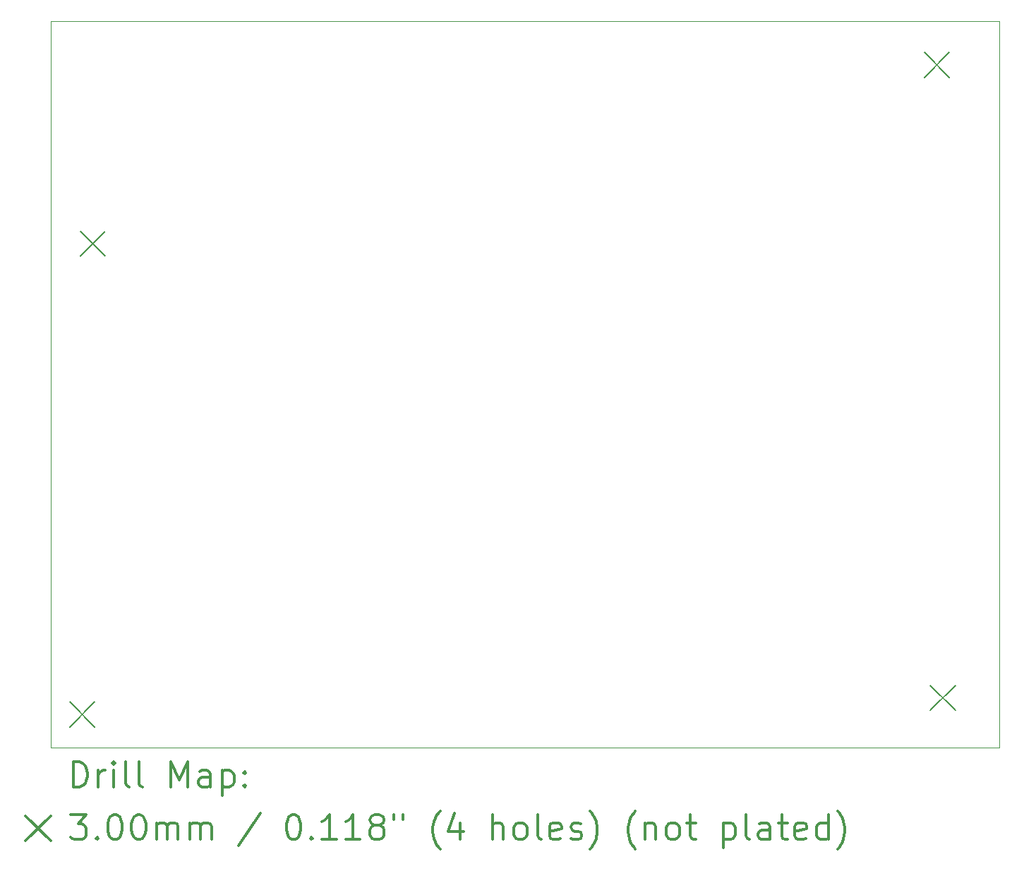
<source format=gbr>
%FSLAX45Y45*%
G04 Gerber Fmt 4.5, Leading zero omitted, Abs format (unit mm)*
G04 Created by KiCad (PCBNEW 4.0.2-stable) date 15/07/2016 10:20:29*
%MOMM*%
G01*
G04 APERTURE LIST*
%ADD10C,0.127000*%
%ADD11C,0.100000*%
%ADD12C,0.200000*%
%ADD13C,0.300000*%
G04 APERTURE END LIST*
D10*
D11*
X22000000Y-3800000D02*
X21975000Y-3800000D01*
X22000000Y-12525000D02*
X22000000Y-3800000D01*
X21975000Y-12525000D02*
X22000000Y-12525000D01*
X21975000Y-3800000D02*
X10625000Y-3800000D01*
X21950000Y-12525000D02*
X21975000Y-12525000D01*
X10625000Y-12525000D02*
X21950000Y-12525000D01*
X10625000Y-3800000D02*
X10625000Y-12525000D01*
D12*
X10850000Y-11975000D02*
X11150000Y-12275000D01*
X11150000Y-11975000D02*
X10850000Y-12275000D01*
X10975000Y-6325000D02*
X11275000Y-6625000D01*
X11275000Y-6325000D02*
X10975000Y-6625000D01*
X21100000Y-4175000D02*
X21400000Y-4475000D01*
X21400000Y-4175000D02*
X21100000Y-4475000D01*
X21175000Y-11775000D02*
X21475000Y-12075000D01*
X21475000Y-11775000D02*
X21175000Y-12075000D01*
D13*
X10891429Y-12995714D02*
X10891429Y-12695714D01*
X10962857Y-12695714D01*
X11005714Y-12710000D01*
X11034286Y-12738571D01*
X11048571Y-12767143D01*
X11062857Y-12824286D01*
X11062857Y-12867143D01*
X11048571Y-12924286D01*
X11034286Y-12952857D01*
X11005714Y-12981429D01*
X10962857Y-12995714D01*
X10891429Y-12995714D01*
X11191428Y-12995714D02*
X11191428Y-12795714D01*
X11191428Y-12852857D02*
X11205714Y-12824286D01*
X11220000Y-12810000D01*
X11248571Y-12795714D01*
X11277143Y-12795714D01*
X11377143Y-12995714D02*
X11377143Y-12795714D01*
X11377143Y-12695714D02*
X11362857Y-12710000D01*
X11377143Y-12724286D01*
X11391428Y-12710000D01*
X11377143Y-12695714D01*
X11377143Y-12724286D01*
X11562857Y-12995714D02*
X11534286Y-12981429D01*
X11520000Y-12952857D01*
X11520000Y-12695714D01*
X11720000Y-12995714D02*
X11691428Y-12981429D01*
X11677143Y-12952857D01*
X11677143Y-12695714D01*
X12062857Y-12995714D02*
X12062857Y-12695714D01*
X12162857Y-12910000D01*
X12262857Y-12695714D01*
X12262857Y-12995714D01*
X12534286Y-12995714D02*
X12534286Y-12838571D01*
X12520000Y-12810000D01*
X12491428Y-12795714D01*
X12434286Y-12795714D01*
X12405714Y-12810000D01*
X12534286Y-12981429D02*
X12505714Y-12995714D01*
X12434286Y-12995714D01*
X12405714Y-12981429D01*
X12391428Y-12952857D01*
X12391428Y-12924286D01*
X12405714Y-12895714D01*
X12434286Y-12881429D01*
X12505714Y-12881429D01*
X12534286Y-12867143D01*
X12677143Y-12795714D02*
X12677143Y-13095714D01*
X12677143Y-12810000D02*
X12705714Y-12795714D01*
X12762857Y-12795714D01*
X12791428Y-12810000D01*
X12805714Y-12824286D01*
X12820000Y-12852857D01*
X12820000Y-12938571D01*
X12805714Y-12967143D01*
X12791428Y-12981429D01*
X12762857Y-12995714D01*
X12705714Y-12995714D01*
X12677143Y-12981429D01*
X12948571Y-12967143D02*
X12962857Y-12981429D01*
X12948571Y-12995714D01*
X12934286Y-12981429D01*
X12948571Y-12967143D01*
X12948571Y-12995714D01*
X12948571Y-12810000D02*
X12962857Y-12824286D01*
X12948571Y-12838571D01*
X12934286Y-12824286D01*
X12948571Y-12810000D01*
X12948571Y-12838571D01*
X10320000Y-13340000D02*
X10620000Y-13640000D01*
X10620000Y-13340000D02*
X10320000Y-13640000D01*
X10862857Y-13325714D02*
X11048571Y-13325714D01*
X10948571Y-13440000D01*
X10991429Y-13440000D01*
X11020000Y-13454286D01*
X11034286Y-13468571D01*
X11048571Y-13497143D01*
X11048571Y-13568571D01*
X11034286Y-13597143D01*
X11020000Y-13611429D01*
X10991429Y-13625714D01*
X10905714Y-13625714D01*
X10877143Y-13611429D01*
X10862857Y-13597143D01*
X11177143Y-13597143D02*
X11191428Y-13611429D01*
X11177143Y-13625714D01*
X11162857Y-13611429D01*
X11177143Y-13597143D01*
X11177143Y-13625714D01*
X11377143Y-13325714D02*
X11405714Y-13325714D01*
X11434286Y-13340000D01*
X11448571Y-13354286D01*
X11462857Y-13382857D01*
X11477143Y-13440000D01*
X11477143Y-13511429D01*
X11462857Y-13568571D01*
X11448571Y-13597143D01*
X11434286Y-13611429D01*
X11405714Y-13625714D01*
X11377143Y-13625714D01*
X11348571Y-13611429D01*
X11334286Y-13597143D01*
X11320000Y-13568571D01*
X11305714Y-13511429D01*
X11305714Y-13440000D01*
X11320000Y-13382857D01*
X11334286Y-13354286D01*
X11348571Y-13340000D01*
X11377143Y-13325714D01*
X11662857Y-13325714D02*
X11691428Y-13325714D01*
X11720000Y-13340000D01*
X11734286Y-13354286D01*
X11748571Y-13382857D01*
X11762857Y-13440000D01*
X11762857Y-13511429D01*
X11748571Y-13568571D01*
X11734286Y-13597143D01*
X11720000Y-13611429D01*
X11691428Y-13625714D01*
X11662857Y-13625714D01*
X11634286Y-13611429D01*
X11620000Y-13597143D01*
X11605714Y-13568571D01*
X11591428Y-13511429D01*
X11591428Y-13440000D01*
X11605714Y-13382857D01*
X11620000Y-13354286D01*
X11634286Y-13340000D01*
X11662857Y-13325714D01*
X11891428Y-13625714D02*
X11891428Y-13425714D01*
X11891428Y-13454286D02*
X11905714Y-13440000D01*
X11934286Y-13425714D01*
X11977143Y-13425714D01*
X12005714Y-13440000D01*
X12020000Y-13468571D01*
X12020000Y-13625714D01*
X12020000Y-13468571D02*
X12034286Y-13440000D01*
X12062857Y-13425714D01*
X12105714Y-13425714D01*
X12134286Y-13440000D01*
X12148571Y-13468571D01*
X12148571Y-13625714D01*
X12291428Y-13625714D02*
X12291428Y-13425714D01*
X12291428Y-13454286D02*
X12305714Y-13440000D01*
X12334286Y-13425714D01*
X12377143Y-13425714D01*
X12405714Y-13440000D01*
X12420000Y-13468571D01*
X12420000Y-13625714D01*
X12420000Y-13468571D02*
X12434286Y-13440000D01*
X12462857Y-13425714D01*
X12505714Y-13425714D01*
X12534286Y-13440000D01*
X12548571Y-13468571D01*
X12548571Y-13625714D01*
X13134286Y-13311429D02*
X12877143Y-13697143D01*
X13520000Y-13325714D02*
X13548571Y-13325714D01*
X13577143Y-13340000D01*
X13591428Y-13354286D01*
X13605714Y-13382857D01*
X13620000Y-13440000D01*
X13620000Y-13511429D01*
X13605714Y-13568571D01*
X13591428Y-13597143D01*
X13577143Y-13611429D01*
X13548571Y-13625714D01*
X13520000Y-13625714D01*
X13491428Y-13611429D01*
X13477143Y-13597143D01*
X13462857Y-13568571D01*
X13448571Y-13511429D01*
X13448571Y-13440000D01*
X13462857Y-13382857D01*
X13477143Y-13354286D01*
X13491428Y-13340000D01*
X13520000Y-13325714D01*
X13748571Y-13597143D02*
X13762857Y-13611429D01*
X13748571Y-13625714D01*
X13734286Y-13611429D01*
X13748571Y-13597143D01*
X13748571Y-13625714D01*
X14048571Y-13625714D02*
X13877143Y-13625714D01*
X13962857Y-13625714D02*
X13962857Y-13325714D01*
X13934285Y-13368571D01*
X13905714Y-13397143D01*
X13877143Y-13411429D01*
X14334285Y-13625714D02*
X14162857Y-13625714D01*
X14248571Y-13625714D02*
X14248571Y-13325714D01*
X14220000Y-13368571D01*
X14191428Y-13397143D01*
X14162857Y-13411429D01*
X14505714Y-13454286D02*
X14477143Y-13440000D01*
X14462857Y-13425714D01*
X14448571Y-13397143D01*
X14448571Y-13382857D01*
X14462857Y-13354286D01*
X14477143Y-13340000D01*
X14505714Y-13325714D01*
X14562857Y-13325714D01*
X14591428Y-13340000D01*
X14605714Y-13354286D01*
X14620000Y-13382857D01*
X14620000Y-13397143D01*
X14605714Y-13425714D01*
X14591428Y-13440000D01*
X14562857Y-13454286D01*
X14505714Y-13454286D01*
X14477143Y-13468571D01*
X14462857Y-13482857D01*
X14448571Y-13511429D01*
X14448571Y-13568571D01*
X14462857Y-13597143D01*
X14477143Y-13611429D01*
X14505714Y-13625714D01*
X14562857Y-13625714D01*
X14591428Y-13611429D01*
X14605714Y-13597143D01*
X14620000Y-13568571D01*
X14620000Y-13511429D01*
X14605714Y-13482857D01*
X14591428Y-13468571D01*
X14562857Y-13454286D01*
X14734286Y-13325714D02*
X14734286Y-13382857D01*
X14848571Y-13325714D02*
X14848571Y-13382857D01*
X15291428Y-13740000D02*
X15277143Y-13725714D01*
X15248571Y-13682857D01*
X15234285Y-13654286D01*
X15220000Y-13611429D01*
X15205714Y-13540000D01*
X15205714Y-13482857D01*
X15220000Y-13411429D01*
X15234285Y-13368571D01*
X15248571Y-13340000D01*
X15277143Y-13297143D01*
X15291428Y-13282857D01*
X15534285Y-13425714D02*
X15534285Y-13625714D01*
X15462857Y-13311429D02*
X15391428Y-13525714D01*
X15577143Y-13525714D01*
X15920000Y-13625714D02*
X15920000Y-13325714D01*
X16048571Y-13625714D02*
X16048571Y-13468571D01*
X16034285Y-13440000D01*
X16005714Y-13425714D01*
X15962857Y-13425714D01*
X15934285Y-13440000D01*
X15920000Y-13454286D01*
X16234285Y-13625714D02*
X16205714Y-13611429D01*
X16191428Y-13597143D01*
X16177143Y-13568571D01*
X16177143Y-13482857D01*
X16191428Y-13454286D01*
X16205714Y-13440000D01*
X16234285Y-13425714D01*
X16277143Y-13425714D01*
X16305714Y-13440000D01*
X16320000Y-13454286D01*
X16334285Y-13482857D01*
X16334285Y-13568571D01*
X16320000Y-13597143D01*
X16305714Y-13611429D01*
X16277143Y-13625714D01*
X16234285Y-13625714D01*
X16505714Y-13625714D02*
X16477143Y-13611429D01*
X16462857Y-13582857D01*
X16462857Y-13325714D01*
X16734286Y-13611429D02*
X16705714Y-13625714D01*
X16648571Y-13625714D01*
X16620000Y-13611429D01*
X16605714Y-13582857D01*
X16605714Y-13468571D01*
X16620000Y-13440000D01*
X16648571Y-13425714D01*
X16705714Y-13425714D01*
X16734286Y-13440000D01*
X16748571Y-13468571D01*
X16748571Y-13497143D01*
X16605714Y-13525714D01*
X16862857Y-13611429D02*
X16891429Y-13625714D01*
X16948571Y-13625714D01*
X16977143Y-13611429D01*
X16991429Y-13582857D01*
X16991429Y-13568571D01*
X16977143Y-13540000D01*
X16948571Y-13525714D01*
X16905714Y-13525714D01*
X16877143Y-13511429D01*
X16862857Y-13482857D01*
X16862857Y-13468571D01*
X16877143Y-13440000D01*
X16905714Y-13425714D01*
X16948571Y-13425714D01*
X16977143Y-13440000D01*
X17091428Y-13740000D02*
X17105714Y-13725714D01*
X17134286Y-13682857D01*
X17148571Y-13654286D01*
X17162857Y-13611429D01*
X17177143Y-13540000D01*
X17177143Y-13482857D01*
X17162857Y-13411429D01*
X17148571Y-13368571D01*
X17134286Y-13340000D01*
X17105714Y-13297143D01*
X17091428Y-13282857D01*
X17634286Y-13740000D02*
X17620000Y-13725714D01*
X17591428Y-13682857D01*
X17577143Y-13654286D01*
X17562857Y-13611429D01*
X17548571Y-13540000D01*
X17548571Y-13482857D01*
X17562857Y-13411429D01*
X17577143Y-13368571D01*
X17591428Y-13340000D01*
X17620000Y-13297143D01*
X17634286Y-13282857D01*
X17748571Y-13425714D02*
X17748571Y-13625714D01*
X17748571Y-13454286D02*
X17762857Y-13440000D01*
X17791428Y-13425714D01*
X17834286Y-13425714D01*
X17862857Y-13440000D01*
X17877143Y-13468571D01*
X17877143Y-13625714D01*
X18062857Y-13625714D02*
X18034286Y-13611429D01*
X18020000Y-13597143D01*
X18005714Y-13568571D01*
X18005714Y-13482857D01*
X18020000Y-13454286D01*
X18034286Y-13440000D01*
X18062857Y-13425714D01*
X18105714Y-13425714D01*
X18134286Y-13440000D01*
X18148571Y-13454286D01*
X18162857Y-13482857D01*
X18162857Y-13568571D01*
X18148571Y-13597143D01*
X18134286Y-13611429D01*
X18105714Y-13625714D01*
X18062857Y-13625714D01*
X18248571Y-13425714D02*
X18362857Y-13425714D01*
X18291429Y-13325714D02*
X18291429Y-13582857D01*
X18305714Y-13611429D01*
X18334286Y-13625714D01*
X18362857Y-13625714D01*
X18691429Y-13425714D02*
X18691429Y-13725714D01*
X18691429Y-13440000D02*
X18720000Y-13425714D01*
X18777143Y-13425714D01*
X18805714Y-13440000D01*
X18820000Y-13454286D01*
X18834286Y-13482857D01*
X18834286Y-13568571D01*
X18820000Y-13597143D01*
X18805714Y-13611429D01*
X18777143Y-13625714D01*
X18720000Y-13625714D01*
X18691429Y-13611429D01*
X19005714Y-13625714D02*
X18977143Y-13611429D01*
X18962857Y-13582857D01*
X18962857Y-13325714D01*
X19248571Y-13625714D02*
X19248571Y-13468571D01*
X19234286Y-13440000D01*
X19205714Y-13425714D01*
X19148571Y-13425714D01*
X19120000Y-13440000D01*
X19248571Y-13611429D02*
X19220000Y-13625714D01*
X19148571Y-13625714D01*
X19120000Y-13611429D01*
X19105714Y-13582857D01*
X19105714Y-13554286D01*
X19120000Y-13525714D01*
X19148571Y-13511429D01*
X19220000Y-13511429D01*
X19248571Y-13497143D01*
X19348571Y-13425714D02*
X19462857Y-13425714D01*
X19391429Y-13325714D02*
X19391429Y-13582857D01*
X19405714Y-13611429D01*
X19434286Y-13625714D01*
X19462857Y-13625714D01*
X19677143Y-13611429D02*
X19648572Y-13625714D01*
X19591429Y-13625714D01*
X19562857Y-13611429D01*
X19548572Y-13582857D01*
X19548572Y-13468571D01*
X19562857Y-13440000D01*
X19591429Y-13425714D01*
X19648572Y-13425714D01*
X19677143Y-13440000D01*
X19691429Y-13468571D01*
X19691429Y-13497143D01*
X19548572Y-13525714D01*
X19948572Y-13625714D02*
X19948572Y-13325714D01*
X19948572Y-13611429D02*
X19920000Y-13625714D01*
X19862857Y-13625714D01*
X19834286Y-13611429D01*
X19820000Y-13597143D01*
X19805714Y-13568571D01*
X19805714Y-13482857D01*
X19820000Y-13454286D01*
X19834286Y-13440000D01*
X19862857Y-13425714D01*
X19920000Y-13425714D01*
X19948572Y-13440000D01*
X20062857Y-13740000D02*
X20077143Y-13725714D01*
X20105714Y-13682857D01*
X20120000Y-13654286D01*
X20134286Y-13611429D01*
X20148572Y-13540000D01*
X20148572Y-13482857D01*
X20134286Y-13411429D01*
X20120000Y-13368571D01*
X20105714Y-13340000D01*
X20077143Y-13297143D01*
X20062857Y-13282857D01*
M02*

</source>
